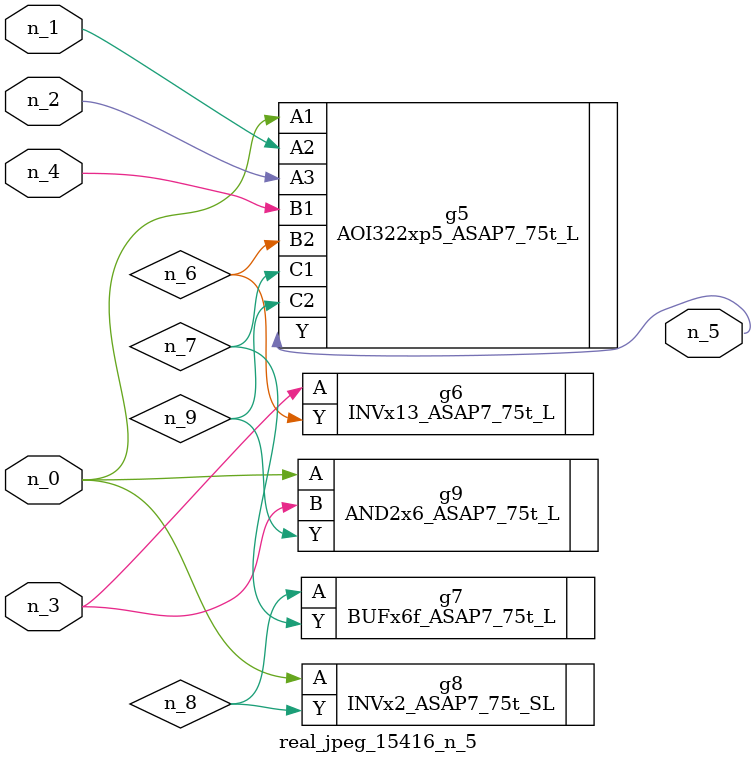
<source format=v>
module real_jpeg_15416_n_5 (n_4, n_0, n_1, n_2, n_3, n_5);

input n_4;
input n_0;
input n_1;
input n_2;
input n_3;

output n_5;

wire n_8;
wire n_6;
wire n_7;
wire n_9;

AOI322xp5_ASAP7_75t_L g5 ( 
.A1(n_0),
.A2(n_1),
.A3(n_2),
.B1(n_4),
.B2(n_6),
.C1(n_7),
.C2(n_9),
.Y(n_5)
);

INVx2_ASAP7_75t_SL g8 ( 
.A(n_0),
.Y(n_8)
);

AND2x6_ASAP7_75t_L g9 ( 
.A(n_0),
.B(n_3),
.Y(n_9)
);

INVx13_ASAP7_75t_L g6 ( 
.A(n_3),
.Y(n_6)
);

BUFx6f_ASAP7_75t_L g7 ( 
.A(n_8),
.Y(n_7)
);


endmodule
</source>
